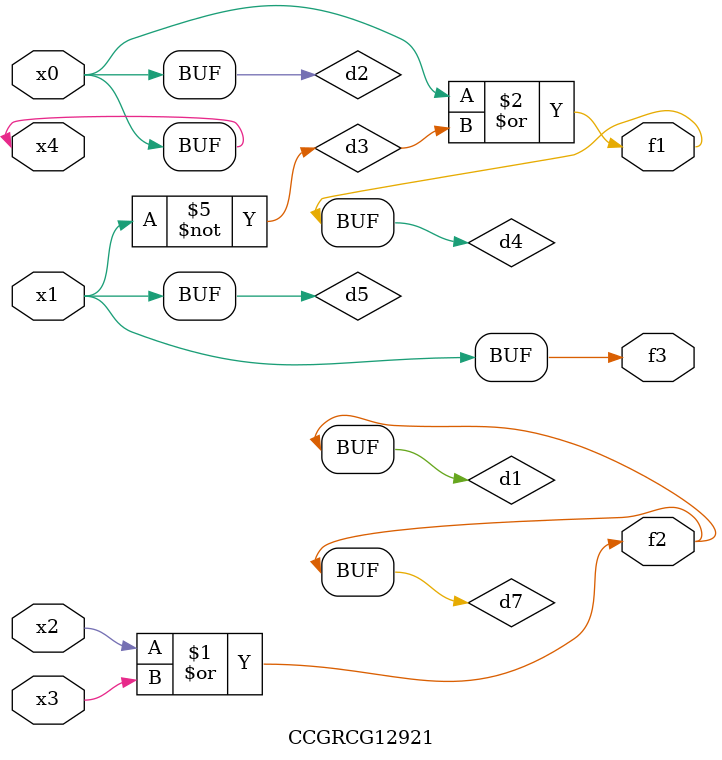
<source format=v>
module CCGRCG12921(
	input x0, x1, x2, x3, x4,
	output f1, f2, f3
);

	wire d1, d2, d3, d4, d5, d6, d7;

	or (d1, x2, x3);
	buf (d2, x0, x4);
	not (d3, x1);
	or (d4, d2, d3);
	not (d5, d3);
	nand (d6, d1, d3);
	or (d7, d1);
	assign f1 = d4;
	assign f2 = d7;
	assign f3 = d5;
endmodule

</source>
